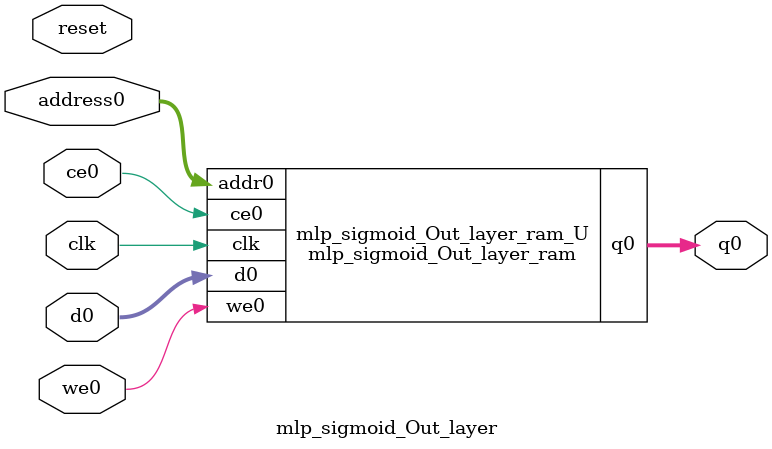
<source format=v>
`timescale 1 ns / 1 ps
module mlp_sigmoid_Out_layer_ram (addr0, ce0, d0, we0, q0,  clk);

parameter DWIDTH = 32;
parameter AWIDTH = 4;
parameter MEM_SIZE = 10;

input[AWIDTH-1:0] addr0;
input ce0;
input[DWIDTH-1:0] d0;
input we0;
output reg[DWIDTH-1:0] q0;
input clk;

reg [DWIDTH-1:0] ram[0:MEM_SIZE-1];




always @(posedge clk)  
begin 
    if (ce0) begin
        if (we0) 
            ram[addr0] <= d0; 
        q0 <= ram[addr0];
    end
end


endmodule

`timescale 1 ns / 1 ps
module mlp_sigmoid_Out_layer(
    reset,
    clk,
    address0,
    ce0,
    we0,
    d0,
    q0);

parameter DataWidth = 32'd32;
parameter AddressRange = 32'd10;
parameter AddressWidth = 32'd4;
input reset;
input clk;
input[AddressWidth - 1:0] address0;
input ce0;
input we0;
input[DataWidth - 1:0] d0;
output[DataWidth - 1:0] q0;



mlp_sigmoid_Out_layer_ram mlp_sigmoid_Out_layer_ram_U(
    .clk( clk ),
    .addr0( address0 ),
    .ce0( ce0 ),
    .we0( we0 ),
    .d0( d0 ),
    .q0( q0 ));

endmodule


</source>
